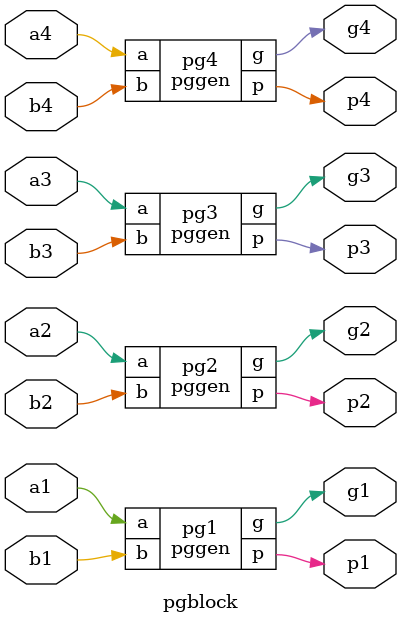
<source format=v>
`timescale 1ns / 1ps
module xor_gate(
    input a, b,
    output xor_out
);
    wire n1, n2, n3;
    nand(n1, a, b);
    nand(n2, a, n1);
    nand(n3, b, n1);
    nand(xor_out, n2, n3);
endmodule
module and_gate(
    input a, b,
    output and_out
);
    wire n1;
    nand(n1, a, b);
    nand(and_out, n1, n1);
endmodule
module pggen( a,b,p,g);
  
  input a;
  input b;
  output p;
  output g;

and_gate a1(a,b,g);
xor_gate x1(a,b,p);


endmodule

module pgblock (
    input a1, a2, a3, a4,
    input b1, b2, b3, b4,
    output p1, p2, p3, p4,
    output g1, g2, g3, g4
);
    pggen pg1(a1, b1, p1, g1);
    pggen pg2(a2, b2, p2, g2);
    pggen pg3(a3, b3, p3, g3);
    pggen pg4(a4, b4, p4, g4);
    
endmodule
</source>
